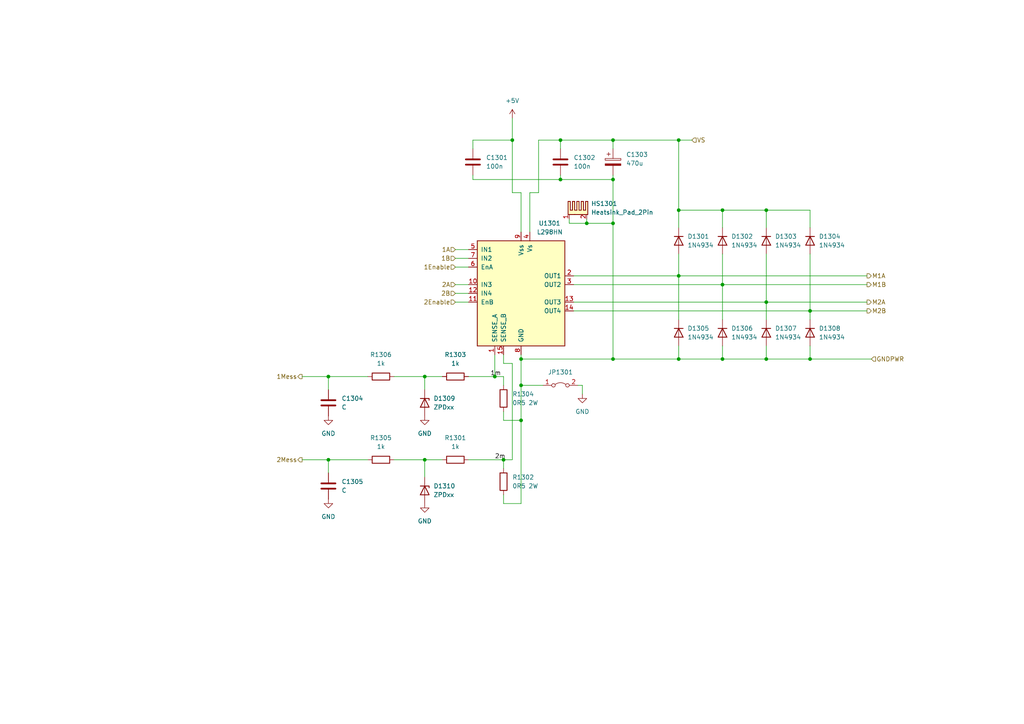
<source format=kicad_sch>
(kicad_sch (version 20211123) (generator eeschema)
  (paper "A4")
  (title_block (title "ESP32 Relaiskarte") (date "2022-03-30") (rev "0.0.3") (company "makerspace Bocholt") (comment 1 "+ optionale Servo Ansteuerung") (comment 2 "+ optionale Lan Karte") (comment 4 "Frank Tobergte"))
  (lib_symbols
    (symbol "Device:C" (pin_numbers hide) (pin_names (offset 0.254))
      (property "Reference" "C" (at 0.635 2.54 0))
      (property "Value" "C" (at 0.635 -2.54 0))
      (symbol "C_0_1"
        (polyline (pts (xy -2.032 -0.762) (xy 2.032 -0.762)) (stroke (width 0.508)))
        (polyline (pts (xy -2.032 0.762) (xy 2.032 0.762)) (stroke (width 0.508)))
      )
      (symbol "C_1_1"
        (pin passive line (at 0 3.81 270) (length 2.794) (name "~") (number "1"))
        (pin passive line (at 0 -3.81 90) (length 2.794) (name "~") (number "2"))
      )
    )
    (symbol "Device:C_Polarized" (pin_numbers hide) (pin_names (offset 0.254))
      (property "Reference" "C" (at 0.635 2.54 0))
      (property "Value" "C_Polarized" (at 0.635 -2.54 0))
      (symbol "C_Polarized_0_1"
        (rectangle (start -2.286 0.508) (end 2.286 1.016))
        (polyline (pts (xy -1.778 2.286) (xy -0.762 2.286)))
        (polyline (pts (xy -1.27 2.794) (xy -1.27 1.778)))
        (rectangle (start 2.286 -0.508) (end -2.286 -1.016) (fill (type outline)))
      )
      (symbol "C_Polarized_1_1"
        (pin passive line (at 0 3.81 270) (length 2.794) (name "~") (number "1"))
        (pin passive line (at 0 -3.81 90) (length 2.794) (name "~") (number "2"))
      )
    )
    (symbol "Device:R" (pin_numbers hide) (pin_names (offset 0))
      (property "Reference" "R" (at 2.032 0 90))
      (property "Value" "R" (at 0 0 90))
      (symbol "R_0_1"
        (rectangle (start -1.016 -2.54) (end 1.016 2.54) (stroke (width 0.254)))
      )
      (symbol "R_1_1"
        (pin passive line (at 0 3.81 270) (length 1.27) (name "~") (number "1"))
        (pin passive line (at 0 -3.81 90) (length 1.27) (name "~") (number "2"))
      )
    )
    (symbol "Diode:1N4002" (pin_numbers hide) (pin_names (offset 1.016) hide)
      (property "Reference" "D" (at 0 2.54 0))
      (property "Value" "1N4002" (at 0 -2.54 0))
      (symbol "1N4002_0_1"
        (polyline (pts (xy -1.27 1.27) (xy -1.27 -1.27)) (stroke (width 0.254)))
        (polyline (pts (xy 1.27 0) (xy -1.27 0)))
        (polyline (pts (xy 1.27 1.27) (xy 1.27 -1.27) (xy -1.27 0) (xy 1.27 1.27)) (stroke (width 0.254)))
      )
      (symbol "1N4002_1_1"
        (pin passive line (at -3.81 0 0) (length 2.54) (name "K") (number "1"))
        (pin passive line (at 3.81 0 180) (length 2.54) (name "A") (number "2"))
      )
    )
    (symbol "Diode:ZPDxx" (pin_numbers hide) (pin_names (offset 1.016) hide)
      (property "Reference" "D" (at 0 2.54 0))
      (property "Value" "ZPDxx" (at 0 -2.54 0))
      (symbol "ZPDxx_0_1"
        (polyline (pts (xy 1.27 0) (xy -1.27 0)))
        (polyline (pts (xy -1.27 -1.27) (xy -1.27 1.27) (xy -0.762 1.27)) (stroke (width 0.254)))
        (polyline (pts (xy 1.27 -1.27) (xy 1.27 1.27) (xy -1.27 0) (xy 1.27 -1.27)) (stroke (width 0.254)))
      )
      (symbol "ZPDxx_1_1"
        (pin passive line (at -3.81 0 0) (length 2.54) (name "K") (number "1"))
        (pin passive line (at 3.81 0 180) (length 2.54) (name "A") (number "2"))
      )
    )
    (symbol "Driver_Motor:L298HN" (pin_names (offset 1.016))
      (property "Reference" "U" (at -10.16 16.51 0))
      (property "Value" "L298HN" (at 12.7 16.51 0))
      (symbol "L298HN_0_1"
        (rectangle (start -12.7 15.24) (end 12.7 -15.24) (stroke (width 0.254)) (fill (type background)))
      )
      (symbol "L298HN_1_1"
        (pin power_in line (at -7.62 -17.78 90) (length 2.54) (name "SENSE_A") (number "1"))
        (pin input line (at -15.24 2.54 0) (length 2.54) (name "IN3") (number "10"))
        (pin input line (at -15.24 -2.54 0) (length 2.54) (name "EnB") (number "11"))
        (pin input line (at -15.24 0 0) (length 2.54) (name "IN4") (number "12"))
        (pin output line (at 15.24 -2.54 180) (length 2.54) (name "OUT3") (number "13"))
        (pin output line (at 15.24 -5.08 180) (length 2.54) (name "OUT4") (number "14"))
        (pin power_in line (at -5.08 -17.78 90) (length 2.54) (name "SENSE_B") (number "15"))
        (pin output line (at 15.24 5.08 180) (length 2.54) (name "OUT1") (number "2"))
        (pin output line (at 15.24 2.54 180) (length 2.54) (name "OUT2") (number "3"))
        (pin power_in line (at 2.54 17.78 270) (length 2.54) (name "Vs") (number "4"))
        (pin input line (at -15.24 12.7 0) (length 2.54) (name "IN1") (number "5"))
        (pin input line (at -15.24 7.62 0) (length 2.54) (name "EnA") (number "6"))
        (pin input line (at -15.24 10.16 0) (length 2.54) (name "IN2") (number "7"))
        (pin power_in line (at 0 -17.78 90) (length 2.54) (name "GND") (number "8"))
        (pin power_in line (at 0 17.78 270) (length 2.54) (name "Vss") (number "9"))
      )
    )
    (symbol "Jumper:Jumper_2_Bridged" (pin_names (offset 0) hide)
      (property "Reference" "JP" (at 0 1.905 0))
      (property "Value" "Jumper_2_Bridged" (at 0 -2.54 0))
      (symbol "Jumper_2_Bridged_0_0"
        (circle (center -2.032 0) (radius 0.508))
        (circle (center 2.032 0) (radius 0.508))
      )
      (symbol "Jumper_2_Bridged_0_1"
        (arc (start 1.524 0.254) (mid 0 0.762) (end -1.524 0.254))
      )
      (symbol "Jumper_2_Bridged_1_1"
        (pin passive line (at -5.08 0 0) (length 2.54) (name "A") (number "1"))
        (pin passive line (at 5.08 0 180) (length 2.54) (name "B") (number "2"))
      )
    )
    (symbol "Mechanical:Heatsink_Pad_2Pin" (pin_names (offset 0))
      (property "Reference" "HS" (at 0 5.715 0))
      (property "Value" "Heatsink_Pad_2Pin" (at 0 3.81 0))
      (symbol "Heatsink_Pad_2Pin_0_1"
        (polyline (pts (xy -0.3302 0) (xy -0.9652 0) (xy -0.9652 2.54) (xy -1.6002 2.54) (xy -1.6002 0) (xy -2.2352 0) (xy -2.2352 2.54) (xy -2.8702 2.54) (xy -2.8702 -1.27) (xy -0.9652 -1.27)) (stroke (width 0.254)) (fill (type background)))
        (polyline (pts (xy -0.3302 0) (xy -0.3302 2.54) (xy 0.3048 2.54) (xy 0.3048 0) (xy 0.9398 0) (xy 0.9398 2.54) (xy 1.5748 2.54) (xy 1.5748 0) (xy 2.2098 0) (xy 2.2098 2.54) (xy 2.8448 2.54) (xy 2.8448 -1.27) (xy -0.9652 -1.27)) (stroke (width 0.254)) (fill (type background)))
      )
      (symbol "Heatsink_Pad_2Pin_1_1"
        (pin passive line (at -2.54 -2.54 90) (length 1.27) (name "~") (number "1"))
        (pin passive line (at 2.54 -2.54 90) (length 1.27) (name "~") (number "2"))
      )
    )
    (symbol "power:+5V" (power) (pin_names (offset 0))
      (property "Value" "+5V" (at 0 3.556 0))
      (symbol "+5V_0_1"
        (polyline (pts (xy -0.762 1.27) (xy 0 2.54)))
        (polyline (pts (xy 0 0) (xy 0 2.54)))
        (polyline (pts (xy 0 2.54) (xy 0.762 1.27)))
      )
      (symbol "+5V_1_1"
        (pin power_in line (at 0 0 90) (length 0) hide (name "+5V") (number "1"))
      )
    )
    (symbol "power:GND" (power) (pin_names (offset 0))
      (property "Value" "GND" (at 0 -3.81 0))
      (symbol "GND_0_1"
        (polyline (pts (xy 0 0) (xy 0 -1.27) (xy 1.27 -1.27) (xy 0 -2.54) (xy -1.27 -1.27) (xy 0 -1.27)))
      )
      (symbol "GND_1_1"
        (pin power_in line (at 0 0 270) (length 0) hide (name "GND") (number "1"))
      )
    )
  )
  (junction (at 146.05 133.35))
  (junction (at 177.8 64.77))
  (junction (at 170.18 64.77))
  (junction (at 177.8 104.14))
  (junction (at 196.85 40.64))
  (junction (at 209.55 104.14))
  (junction (at 143.51 109.22))
  (junction (at 177.8 52.07))
  (junction (at 209.55 60.96))
  (junction (at 234.95 104.14))
  (junction (at 95.25 133.35))
  (junction (at 95.25 109.22))
  (junction (at 196.85 60.96))
  (junction (at 222.25 60.96))
  (junction (at 123.19 133.35))
  (junction (at 162.56 40.64))
  (junction (at 177.8 40.64))
  (junction (at 151.13 111.76))
  (junction (at 151.13 121.92))
  (junction (at 162.56 52.07))
  (junction (at 209.55 82.55))
  (junction (at 222.25 87.63))
  (junction (at 234.95 90.17))
  (junction (at 196.85 80.01))
  (junction (at 148.59 40.64))
  (junction (at 222.25 104.14))
  (junction (at 196.85 104.14))
  (junction (at 123.19 109.22))
  (junction (at 151.13 104.14))
  (wire (pts (xy 156.21 40.64) (xy 162.56 40.64)))
  (wire (pts (xy 123.19 109.22) (xy 123.19 113.03)))
  (wire (pts (xy 222.25 100.33) (xy 222.25 104.14)))
  (wire (pts (xy 234.95 92.71) (xy 234.95 90.17)))
  (wire (pts (xy 177.8 43.18) (xy 177.8 40.64)))
  (wire (pts (xy 132.08 87.63) (xy 135.89 87.63)))
  (wire (pts (xy 151.13 104.14) (xy 177.8 104.14)))
  (wire (pts (xy 123.19 133.35) (xy 123.19 138.43)))
  (wire (pts (xy 170.18 63.5) (xy 170.18 64.77)))
  (wire (pts (xy 143.51 109.22) (xy 146.05 109.22)))
  (wire (pts (xy 209.55 100.33) (xy 209.55 104.14)))
  (wire (pts (xy 222.25 73.66) (xy 222.25 87.63)))
  (wire (pts (xy 132.08 72.39) (xy 135.89 72.39)))
  (wire (pts (xy 135.89 133.35) (xy 146.05 133.35)))
  (wire (pts (xy 146.05 121.92) (xy 151.13 121.92)))
  (wire (pts (xy 209.55 104.14) (xy 222.25 104.14)))
  (wire (pts (xy 234.95 66.04) (xy 234.95 60.96)))
  (wire (pts (xy 166.37 82.55) (xy 209.55 82.55)))
  (wire (pts (xy 146.05 135.89) (xy 146.05 133.35)))
  (wire (pts (xy 166.37 87.63) (xy 222.25 87.63)))
  (wire (pts (xy 156.21 55.88) (xy 156.21 40.64)))
  (wire (pts (xy 146.05 109.22) (xy 146.05 111.76)))
  (wire (pts (xy 222.25 87.63) (xy 251.46 87.63)))
  (wire (pts (xy 151.13 104.14) (xy 151.13 111.76)))
  (wire (pts (xy 137.16 52.07) (xy 137.16 50.8)))
  (wire (pts (xy 162.56 52.07) (xy 177.8 52.07)))
  (wire (pts (xy 165.1 63.5) (xy 165.1 64.77)))
  (wire (pts (xy 234.95 90.17) (xy 234.95 73.66)))
  (wire (pts (xy 151.13 102.87) (xy 151.13 104.14)))
  (wire (pts (xy 132.08 77.47) (xy 135.89 77.47)))
  (wire (pts (xy 148.59 105.41) (xy 148.59 133.35)))
  (wire (pts (xy 95.25 133.35) (xy 106.68 133.35)))
  (wire (pts (xy 132.08 74.93) (xy 135.89 74.93)))
  (wire (pts (xy 222.25 60.96) (xy 222.25 66.04)))
  (wire (pts (xy 87.63 133.35) (xy 95.25 133.35)))
  (wire (pts (xy 196.85 104.14) (xy 209.55 104.14)))
  (wire (pts (xy 209.55 82.55) (xy 251.46 82.55)))
  (wire (pts (xy 135.89 109.22) (xy 143.51 109.22)))
  (wire (pts (xy 166.37 80.01) (xy 196.85 80.01)))
  (wire (pts (xy 234.95 104.14) (xy 234.95 100.33)))
  (wire (pts (xy 151.13 146.05) (xy 146.05 146.05)))
  (wire (pts (xy 148.59 34.29) (xy 148.59 40.64)))
  (wire (pts (xy 146.05 105.41) (xy 148.59 105.41)))
  (wire (pts (xy 114.3 109.22) (xy 123.19 109.22)))
  (wire (pts (xy 162.56 40.64) (xy 162.56 43.18)))
  (wire (pts (xy 166.37 90.17) (xy 234.95 90.17)))
  (wire (pts (xy 151.13 55.88) (xy 151.13 67.31)))
  (wire (pts (xy 196.85 60.96) (xy 209.55 60.96)))
  (wire (pts (xy 170.18 64.77) (xy 177.8 64.77)))
  (wire (pts (xy 222.25 104.14) (xy 234.95 104.14)))
  (wire (pts (xy 95.25 109.22) (xy 95.25 113.03)))
  (wire (pts (xy 222.25 60.96) (xy 234.95 60.96)))
  (wire (pts (xy 132.08 85.09) (xy 135.89 85.09)))
  (wire (pts (xy 196.85 73.66) (xy 196.85 80.01)))
  (wire (pts (xy 209.55 60.96) (xy 222.25 60.96)))
  (wire (pts (xy 153.67 55.88) (xy 156.21 55.88)))
  (wire (pts (xy 222.25 87.63) (xy 222.25 92.71)))
  (wire (pts (xy 114.3 133.35) (xy 123.19 133.35)))
  (wire (pts (xy 143.51 102.87) (xy 143.51 109.22)))
  (wire (pts (xy 209.55 60.96) (xy 209.55 66.04)))
  (wire (pts (xy 148.59 55.88) (xy 151.13 55.88)))
  (wire (pts (xy 146.05 119.38) (xy 146.05 121.92)))
  (wire (pts (xy 196.85 80.01) (xy 251.46 80.01)))
  (wire (pts (xy 132.08 82.55) (xy 135.89 82.55)))
  (wire (pts (xy 146.05 133.35) (xy 148.59 133.35)))
  (wire (pts (xy 196.85 40.64) (xy 200.66 40.64)))
  (wire (pts (xy 168.91 114.3) (xy 168.91 111.76)))
  (wire (pts (xy 146.05 102.87) (xy 146.05 105.41)))
  (wire (pts (xy 177.8 50.8) (xy 177.8 52.07)))
  (wire (pts (xy 153.67 67.31) (xy 153.67 55.88)))
  (wire (pts (xy 162.56 40.64) (xy 177.8 40.64)))
  (wire (pts (xy 128.27 133.35) (xy 123.19 133.35)))
  (wire (pts (xy 162.56 52.07) (xy 137.16 52.07)))
  (wire (pts (xy 196.85 100.33) (xy 196.85 104.14)))
  (wire (pts (xy 168.91 111.76) (xy 167.64 111.76)))
  (wire (pts (xy 151.13 121.92) (xy 151.13 146.05)))
  (wire (pts (xy 123.19 109.22) (xy 128.27 109.22)))
  (wire (pts (xy 151.13 111.76) (xy 151.13 121.92)))
  (wire (pts (xy 234.95 90.17) (xy 251.46 90.17)))
  (wire (pts (xy 165.1 64.77) (xy 170.18 64.77)))
  (wire (pts (xy 209.55 82.55) (xy 209.55 92.71)))
  (wire (pts (xy 177.8 64.77) (xy 177.8 104.14)))
  (wire (pts (xy 177.8 52.07) (xy 177.8 64.77)))
  (wire (pts (xy 196.85 40.64) (xy 196.85 60.96)))
  (wire (pts (xy 137.16 40.64) (xy 148.59 40.64)))
  (wire (pts (xy 177.8 40.64) (xy 196.85 40.64)))
  (wire (pts (xy 151.13 111.76) (xy 157.48 111.76)))
  (wire (pts (xy 162.56 50.8) (xy 162.56 52.07)))
  (wire (pts (xy 148.59 40.64) (xy 148.59 55.88)))
  (wire (pts (xy 209.55 73.66) (xy 209.55 82.55)))
  (wire (pts (xy 95.25 133.35) (xy 95.25 137.16)))
  (wire (pts (xy 196.85 60.96) (xy 196.85 66.04)))
  (wire (pts (xy 146.05 146.05) (xy 146.05 143.51)))
  (wire (pts (xy 87.63 109.22) (xy 95.25 109.22)))
  (wire (pts (xy 196.85 80.01) (xy 196.85 92.71)))
  (wire (pts (xy 234.95 104.14) (xy 252.73 104.14)))
  (wire (pts (xy 137.16 43.18) (xy 137.16 40.64)))
  (wire (pts (xy 177.8 104.14) (xy 196.85 104.14)))
  (wire (pts (xy 95.25 109.22) (xy 106.68 109.22)))
  (label "2m" (at 143.51 133.35 0))
  (label "1m" (at 142.24 109.22 0))
  (hierarchical_label "M1A" (shape output) (at 251.46 80.01 0))
  (hierarchical_label "2A" (shape input) (at 132.08 82.55 180))
  (hierarchical_label "1Enable" (shape input) (at 132.08 77.47 180))
  (hierarchical_label "2Mess" (shape output) (at 87.63 133.35 180))
  (hierarchical_label "1B" (shape input) (at 132.08 74.93 180))
  (hierarchical_label "1Mess" (shape output) (at 87.63 109.22 180))
  (hierarchical_label "M1B" (shape output) (at 251.46 82.55 0))
  (hierarchical_label "VS" (shape input) (at 200.66 40.64 0))
  (hierarchical_label "2Enable" (shape input) (at 132.08 87.63 180))
  (hierarchical_label "M2A" (shape output) (at 251.46 87.63 0))
  (hierarchical_label "1A" (shape input) (at 132.08 72.39 180))
  (hierarchical_label "M2B" (shape output) (at 251.46 90.17 0))
  (hierarchical_label "GNDPWR" (shape input) (at 252.73 104.14 0))
  (hierarchical_label "2B" (shape input) (at 132.08 85.09 180))
  (symbol (lib_id "Diode:1N4002") (at 222.25 96.52 270) (unit 1)
    (property "Reference" "D1307" (at 224.79 95.2499 90) (effects (justify left)))
    (property "Value" "1N4934" (at 224.79 97.7899 90) (effects (justify left)))
    (property "Footprint" "Diode_THT:D_DO-41_SOD81_P10.16mm_Horizontal" (effects hide))
    (property "Datasheet" "http://www.vishay.com/docs/88503/1n4001.pdf" (effects hide))
  )
  (symbol (lib_id "Jumper:Jumper_2_Bridged") (at 162.56 111.76 0) (unit 1)
    (property "Reference" "JP1301" (at 162.56 107.95 0))
    (property "Value" "Jumper_2_Bridged" (effects hide))
    (property "Footprint" "Jumper:SolderJumper-2_P1.3mm_Bridged2Bar_Pad1.0x1.5mm" (effects hide))
  )
  (symbol (lib_id "Diode:1N4002") (at 222.25 69.85 270) (unit 1)
    (property "Reference" "D1303" (at 224.79 68.5799 90) (effects (justify left)))
    (property "Value" "1N4934" (at 224.79 71.1199 90) (effects (justify left)))
    (property "Footprint" "Diode_THT:D_DO-41_SOD81_P12.70mm_Horizontal" (effects hide))
    (property "Datasheet" "http://www.vishay.com/docs/88503/1n4001.pdf" (effects hide))
  )
  (symbol (lib_id "Device:R") (at 110.49 133.35 90) (unit 1)
    (property "Reference" "R1305" (at 110.49 127 90))
    (property "Value" "1k" (at 110.49 129.54 90))
    (property "Footprint" "Resistor_THT:R_Axial_DIN0207_L6.3mm_D2.5mm_P2.54mm_Vertical" (effects hide))
  )
  (symbol (lib_id "Device:R") (at 132.08 109.22 90) (unit 1)
    (property "Reference" "R1303" (at 132.08 102.87 90))
    (property "Value" "1k" (at 132.08 105.41 90))
    (property "Footprint" "Resistor_THT:R_Axial_DIN0207_L6.3mm_D2.5mm_P2.54mm_Vertical" (effects hide))
  )
  (symbol (lib_id "Device:C") (at 162.56 46.99 0) (unit 1)
    (property "Reference" "C1302" (at 166.37 45.7199 0) (effects (justify left)))
    (property "Value" "100n" (at 166.37 48.2599 0) (effects (justify left)))
    (property "Footprint" "Capacitor_THT:C_Disc_D6.0mm_W2.5mm_P5.00mm" (effects hide))
  )
  (symbol (lib_id "Diode:1N4002") (at 209.55 69.85 270) (unit 1)
    (property "Reference" "D1302" (at 212.09 68.5799 90) (effects (justify left)))
    (property "Value" "1N4934" (at 212.09 71.1199 90) (effects (justify left)))
    (property "Footprint" "Diode_THT:D_DO-41_SOD81_P10.16mm_Horizontal" (effects hide))
    (property "Datasheet" "http://www.vishay.com/docs/88503/1n4001.pdf" (effects hide))
  )
  (symbol (lib_id "Diode:1N4002") (at 196.85 96.52 270) (unit 1)
    (property "Reference" "D1305" (at 199.39 95.2499 90) (effects (justify left)))
    (property "Value" "1N4934" (at 199.39 97.7899 90) (effects (justify left)))
    (property "Footprint" "Diode_THT:D_DO-41_SOD81_P10.16mm_Horizontal" (effects hide))
    (property "Datasheet" "http://www.vishay.com/docs/88503/1n4001.pdf" (effects hide))
  )
  (symbol (lib_id "Device:R") (at 146.05 139.7 0) (unit 1)
    (property "Reference" "R1302" (at 148.59 138.4299 0) (effects (justify left)))
    (property "Value" "0R5 2W" (at 148.59 140.9699 0) (effects (justify left)))
    (property "Footprint" "Resistor_THT:R_Axial_DIN0516_L15.5mm_D5.0mm_P7.62mm_Vertical" (effects hide))
  )
  (symbol (lib_id "Device:C") (at 95.25 140.97 0) (unit 1)
    (property "Reference" "C1305" (at 99.06 139.6999 0) (effects (justify left)))
    (property "Value" "C" (at 99.06 142.2399 0) (effects (justify left)))
    (property "Footprint" "Capacitor_THT:C_Disc_D6.0mm_W2.5mm_P5.00mm" (effects hide))
  )
  (symbol (lib_id "Diode:1N4002") (at 234.95 96.52 270) (unit 1)
    (property "Reference" "D1308" (at 237.49 95.2499 90) (effects (justify left)))
    (property "Value" "1N4934" (at 237.49 97.7899 90) (effects (justify left)))
    (property "Footprint" "Diode_THT:D_DO-41_SOD81_P10.16mm_Horizontal" (effects hide))
    (property "Datasheet" "http://www.vishay.com/docs/88503/1n4001.pdf" (effects hide))
  )
  (symbol (lib_id "power:GND") (at 168.91 114.3 0) (unit 1)
    (property "Reference" "#PWR01302" (effects hide))
    (property "Value" "GND" (at 168.91 119.38 0))
  )
  (symbol (lib_id "Diode:1N4002") (at 196.85 69.85 270) (unit 1)
    (property "Reference" "D1301" (at 199.39 68.5799 90) (effects (justify left)))
    (property "Value" "1N4934" (at 199.39 71.1199 90) (effects (justify left)))
    (property "Footprint" "Diode_THT:D_DO-41_SOD81_P10.16mm_Horizontal" (effects hide))
    (property "Datasheet" "http://www.vishay.com/docs/88503/1n4001.pdf" (effects hide))
  )
  (symbol (lib_id "Device:R") (at 146.05 115.57 0) (unit 1)
    (property "Reference" "R1304" (at 148.59 114.2999 0) (effects (justify left)))
    (property "Value" "0R5 2W" (at 148.59 116.8399 0) (effects (justify left)))
    (property "Footprint" "Resistor_THT:R_Axial_DIN0516_L15.5mm_D5.0mm_P7.62mm_Vertical" (effects hide))
  )
  (symbol (lib_id "power:GND") (at 95.25 144.78 0) (unit 1)
    (property "Reference" "#PWR01306" (effects hide))
    (property "Value" "GND" (at 95.25 149.86 0))
  )
  (symbol (lib_id "power:GND") (at 95.25 120.65 0) (unit 1)
    (property "Reference" "#PWR01303" (effects hide))
    (property "Value" "GND" (at 95.25 125.73 0))
  )
  (symbol (lib_id "Driver_Motor:L298HN") (at 151.13 85.09 0) (unit 1)
    (property "Reference" "U1301" (at 156.21 64.77 0) (effects (justify left)))
    (property "Value" "L298HN" (at 155.6894 67.31 0) (effects (justify left)))
    (property "Footprint" "Package_TO_SOT_THT:TO-220-15_P2.54x2.54mm_StaggerOdd_Lead4.58mm_Vertical" (effects hide))
    (property "Datasheet" "http://www.st.com/st-web-ui/static/active/en/resource/technical/document/datasheet/CD00000240.pdf" (effects hide))
  )
  (symbol (lib_id "Diode:1N4002") (at 209.55 96.52 270) (unit 1)
    (property "Reference" "D1306" (at 212.09 95.2499 90) (effects (justify left)))
    (property "Value" "1N4934" (at 212.09 97.7899 90) (effects (justify left)))
    (property "Footprint" "Diode_THT:D_DO-41_SOD81_P12.70mm_Horizontal" (effects hide))
    (property "Datasheet" "http://www.vishay.com/docs/88503/1n4001.pdf" (effects hide))
  )
  (symbol (lib_id "Diode:ZPDxx") (at 123.19 116.84 270) (unit 1)
    (property "Reference" "D1309" (at 125.73 115.5699 90) (effects (justify left)))
    (property "Value" "ZPDxx" (at 125.73 118.1099 90) (effects (justify left)))
    (property "Footprint" "Diode_THT:D_DO-35_SOD27_P2.54mm_Vertical_KathodeUp" (effects hide))
    (property "Datasheet" "http://diotec.com/tl_files/diotec/files/pdf/datasheets/zpd1" (effects hide))
  )
  (symbol (lib_id "Mechanical:Heatsink_Pad_2Pin") (at 167.64 60.96 0) (unit 1)
    (property "Reference" "HS1301" (at 171.45 59.0549 0) (effects (justify left)))
    (property "Value" "Heatsink_Pad_2Pin" (at 171.45 61.5949 0) (effects (justify left)))
    (property "Footprint" "Heatsink:Heatsink_Stonecold_HS-132_32x14mm_2xFixation1.5mm" (effects hide))
  )
  (symbol (lib_id "power:GND") (at 123.19 146.05 0) (unit 1)
    (property "Reference" "#PWR01308" (effects hide))
    (property "Value" "GND" (at 123.19 151.13 0))
  )
  (symbol (lib_id "power:GND") (at 123.19 120.65 0) (unit 1)
    (property "Reference" "#PWR01305" (effects hide))
    (property "Value" "GND" (at 123.19 125.73 0))
  )
  (symbol (lib_id "Device:C") (at 95.25 116.84 0) (unit 1)
    (property "Reference" "C1304" (at 99.06 115.5699 0) (effects (justify left)))
    (property "Value" "C" (at 99.06 118.1099 0) (effects (justify left)))
    (property "Footprint" "Capacitor_THT:C_Disc_D6.0mm_W2.5mm_P5.00mm" (effects hide))
  )
  (symbol (lib_id "Device:C_Polarized") (at 177.8 46.99 0) (unit 1)
    (property "Reference" "C1303" (at 181.61 44.8309 0) (effects (justify left)))
    (property "Value" "470u" (at 181.61 47.3709 0) (effects (justify left)))
    (property "Footprint" "Capacitor_THT:CP_Radial_D12.5mm_P5.00mm" (effects hide))
  )
  (symbol (lib_id "Device:R") (at 110.49 109.22 90) (unit 1)
    (property "Reference" "R1306" (at 110.49 102.87 90))
    (property "Value" "1k" (at 110.49 105.41 90))
    (property "Footprint" "Resistor_THT:R_Axial_DIN0207_L6.3mm_D2.5mm_P2.54mm_Vertical" (effects hide))
  )
  (symbol (lib_id "Device:R") (at 132.08 133.35 90) (unit 1)
    (property "Reference" "R1301" (at 132.08 127 90))
    (property "Value" "1k" (at 132.08 129.54 90))
    (property "Footprint" "Resistor_THT:R_Axial_DIN0207_L6.3mm_D2.5mm_P2.54mm_Vertical" (effects hide))
  )
  (symbol (lib_id "power:+5V") (at 148.59 34.29 0) (unit 1)
    (property "Reference" "#PWR01301" (effects hide))
    (property "Value" "+5V" (at 148.59 29.21 0))
  )
  (symbol (lib_id "Device:C") (at 137.16 46.99 0) (unit 1)
    (property "Reference" "C1301" (at 140.97 45.7199 0) (effects (justify left)))
    (property "Value" "100n" (at 140.97 48.2599 0) (effects (justify left)))
    (property "Footprint" "Capacitor_THT:C_Disc_D6.0mm_W2.5mm_P5.00mm" (effects hide))
  )
  (symbol (lib_id "Diode:ZPDxx") (at 123.19 142.24 270) (unit 1)
    (property "Reference" "D1310" (at 125.73 140.9699 90) (effects (justify left)))
    (property "Value" "ZPDxx" (at 125.73 143.5099 90) (effects (justify left)))
    (property "Footprint" "Diode_THT:D_DO-35_SOD27_P2.54mm_Vertical_KathodeUp" (effects hide))
    (property "Datasheet" "http://diotec.com/tl_files/diotec/files/pdf/datasheets/zpd1" (effects hide))
  )
  (symbol (lib_id "Diode:1N4002") (at 234.95 69.85 270) (unit 1)
    (property "Reference" "D1304" (at 237.49 68.5799 90) (effects (justify left)))
    (property "Value" "1N4934" (at 237.49 71.1199 90) (effects (justify left)))
    (property "Footprint" "Diode_THT:D_DO-41_SOD81_P10.16mm_Horizontal" (effects hide))
    (property "Datasheet" "http://www.vishay.com/docs/88503/1n4001.pdf" (effects hide))
  )
)
</source>
